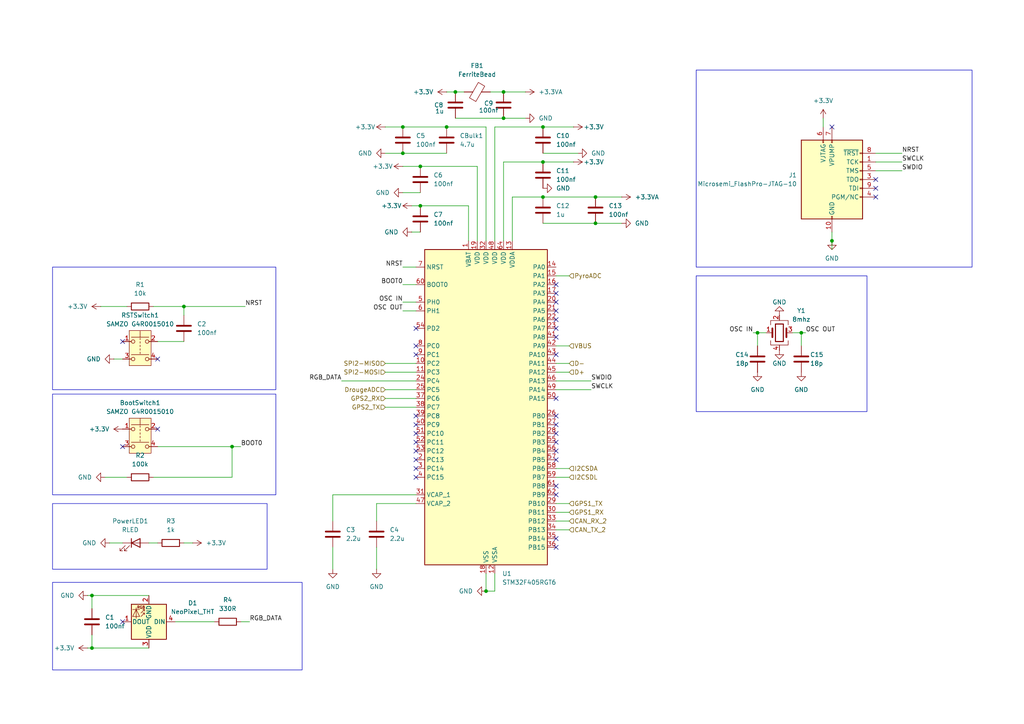
<source format=kicad_sch>
(kicad_sch (version 20250114) (generator "eeschema") (generator_version "9.0")
  (paper "A4")
  (lib_symbols
    (symbol "Connector:Microsemi_FlashPro-JTAG-10" (pin_names (offset 1.016))
      (property "Reference" "J" (at 4.445 12.7 0))
      (property "Value" "Microsemi_FlashPro-JTAG-10" (at 2.54 -12.7 0))
      (symbol "Microsemi_FlashPro-JTAG-10_0_1"
        (rectangle (start -2.667 11.43) (end -2.413 10.668))
        (rectangle (start -0.127 11.43) (end 0.127 10.668))
        (rectangle (start -0.127 -10.668) (end 0.127 -11.43))
        (rectangle (start 8.89 11.43) (end -8.89 -11.43) (stroke (width 0.254)) (fill (type background)))
        (rectangle (start 8.89 7.747) (end 8.128 7.493))
        (rectangle (start 8.89 5.207) (end 8.128 4.953))
        (rectangle (start 8.89 2.667) (end 8.128 2.413))
        (rectangle (start 8.89 0.127) (end 8.128 -0.127))
        (rectangle (start 8.89 -2.413) (end 8.128 -2.667))
        (rectangle (start 8.89 -4.953) (end 8.128 -5.207))
      )
      (symbol "Microsemi_FlashPro-JTAG-10_1_1"
        (pin power_in line (at -2.54 15.24 270) (length 3.81) (name "VJTAG") (number "6"))
        (pin power_out line (at 0 15.24 270) (length 3.81) (name "VPUMP") (number "7"))
        (pin power_in line (at 0 -15.24 90) (length 3.81) (name "GND") (number "10"))
        (pin passive line (at 0 -15.24 90) (length 3.81) (hide yes) (name "GND") (number "2"))
        (pin passive line (at 12.7 7.62 180) (length 3.81) (name "~{TRST}") (number "8"))
        (pin passive line (at 12.7 5.08 180) (length 3.81) (name "TCK") (number "1"))
        (pin passive line (at 12.7 2.54 180) (length 3.81) (name "TMS") (number "5"))
        (pin passive line (at 12.7 0 180) (length 3.81) (name "TDO") (number "3"))
        (pin passive line (at 12.7 -2.54 180) (length 3.81) (name "TDI") (number "9"))
        (pin passive line (at 12.7 -5.08 180) (length 3.81) (name "PGM/NC") (number "4"))
      )
    )
    (symbol "Device:C" (pin_numbers (hide yes)) (pin_names (offset 0.254))
      (property "Reference" "C" (at 0.635 2.54 0))
      (property "Value" "C" (at 0.635 -2.54 0))
      (symbol "C_0_1"
        (polyline (pts (xy -2.032 0.762) (xy 2.032 0.762)) (stroke (width 0.508)))
        (polyline (pts (xy -2.032 -0.762) (xy 2.032 -0.762)) (stroke (width 0.508)))
      )
      (symbol "C_1_1"
        (pin passive line (at 0 3.81 270) (length 2.794) (name "~") (number "1"))
        (pin passive line (at 0 -3.81 90) (length 2.794) (name "~") (number "2"))
      )
    )
    (symbol "Device:Crystal_GND24" (pin_names (offset 1.016) (hide yes))
      (property "Reference" "Y" (at 3.175 5.08 0))
      (property "Value" "Crystal_GND24" (at 3.175 3.175 0))
      (symbol "Crystal_GND24_0_1"
        (polyline (pts (xy -2.54 2.286) (xy -2.54 3.556) (xy 2.54 3.556) (xy 2.54 2.286)))
        (polyline (pts (xy -2.54 0) (xy -2.032 0)))
        (polyline (pts (xy -2.54 -2.286) (xy -2.54 -3.556) (xy 2.54 -3.556) (xy 2.54 -2.286)))
        (polyline (pts (xy -2.032 -1.27) (xy -2.032 1.27)) (stroke (width 0.508)))
        (rectangle (start -1.143 2.54) (end 1.143 -2.54) (stroke (width 0.3048)))
        (polyline (pts (xy 0 3.556) (xy 0 3.81)))
        (polyline (pts (xy 0 -3.81) (xy 0 -3.556)))
        (polyline (pts (xy 2.032 0) (xy 2.54 0)))
        (polyline (pts (xy 2.032 -1.27) (xy 2.032 1.27)) (stroke (width 0.508)))
      )
      (symbol "Crystal_GND24_1_1"
        (pin passive line (at -3.81 0 0) (length 1.27) (name "1") (number "1"))
        (pin passive line (at 0 5.08 270) (length 1.27) (name "2") (number "2"))
        (pin passive line (at 0 -5.08 90) (length 1.27) (name "4") (number "4"))
        (pin passive line (at 3.81 0 180) (length 1.27) (name "3") (number "3"))
      )
    )
    (symbol "Device:FerriteBead" (pin_numbers (hide yes)) (pin_names (offset 0))
      (property "Reference" "FB" (at -3.81 0.635 90))
      (property "Value" "FerriteBead" (at 3.81 0 90))
      (symbol "FerriteBead_0_1"
        (polyline (pts (xy -2.7686 0.4064) (xy -1.7018 2.2606) (xy 2.7686 -0.3048) (xy 1.6764 -2.159) (xy -2.7686 0.4064)))
        (polyline (pts (xy 0 1.27) (xy 0 1.2954)))
        (polyline (pts (xy 0 -1.27) (xy 0 -1.2192)))
      )
      (symbol "FerriteBead_1_1"
        (pin passive line (at 0 3.81 270) (length 2.54) (name "~") (number "1"))
        (pin passive line (at 0 -3.81 90) (length 2.54) (name "~") (number "2"))
      )
    )
    (symbol "Device:LED" (pin_numbers (hide yes)) (pin_names (offset 1.016) (hide yes))
      (property "Reference" "D" (at 0 2.54 0))
      (property "Value" "LED" (at 0 -2.54 0))
      (symbol "LED_0_1"
        (polyline (pts (xy -3.048 -0.762) (xy -4.572 -2.286) (xy -3.81 -2.286) (xy -4.572 -2.286) (xy -4.572 -1.524)))
        (polyline (pts (xy -1.778 -0.762) (xy -3.302 -2.286) (xy -2.54 -2.286) (xy -3.302 -2.286) (xy -3.302 -1.524)))
        (polyline (pts (xy -1.27 0) (xy 1.27 0)))
        (polyline (pts (xy -1.27 -1.27) (xy -1.27 1.27)) (stroke (width 0.254)))
        (polyline (pts (xy 1.27 -1.27) (xy 1.27 1.27) (xy -1.27 0) (xy 1.27 -1.27)) (stroke (width 0.254)))
      )
      (symbol "LED_1_1"
        (pin passive line (at -3.81 0 0) (length 2.54) (name "K") (number "1"))
        (pin passive line (at 3.81 0 180) (length 2.54) (name "A") (number "2"))
      )
    )
    (symbol "Device:R" (pin_numbers (hide yes)) (pin_names (offset 0))
      (property "Reference" "R" (at 2.032 0 90))
      (property "Value" "R" (at 0 0 90))
      (symbol "R_0_1"
        (rectangle (start -1.016 -2.54) (end 1.016 2.54) (stroke (width 0.254)))
      )
      (symbol "R_1_1"
        (pin passive line (at 0 3.81 270) (length 1.27) (name "~") (number "1"))
        (pin passive line (at 0 -3.81 90) (length 1.27) (name "~") (number "2"))
      )
    )
    (symbol "LED:NeoPixel_THT" (pin_names (offset 0.254))
      (property "Reference" "D" (at 5.08 5.715 0))
      (property "Value" "NeoPixel_THT" (at 1.27 -5.715 0))
      (symbol "NeoPixel_THT_0_0"
        (text "RGB" (at 2.286 -4.191 0) (effects (font (size 0.762 0.762))))
      )
      (symbol "NeoPixel_THT_0_1"
        (polyline (pts (xy 1.27 -2.54) (xy 1.778 -2.54)))
        (polyline (pts (xy 1.27 -3.556) (xy 1.778 -3.556)))
        (polyline (pts (xy 2.286 -1.524) (xy 1.27 -2.54) (xy 1.27 -2.032)))
        (polyline (pts (xy 2.286 -2.54) (xy 1.27 -3.556) (xy 1.27 -3.048)))
        (polyline (pts (xy 3.683 -1.016) (xy 3.683 -3.556) (xy 3.683 -4.064)))
        (polyline (pts (xy 4.699 -1.524) (xy 2.667 -1.524) (xy 3.683 -3.556) (xy 4.699 -1.524)))
        (polyline (pts (xy 4.699 -3.556) (xy 2.667 -3.556)))
        (rectangle (start 5.08 5.08) (end -5.08 -5.08) (stroke (width 0.254)) (fill (type background)))
      )
      (symbol "NeoPixel_THT_1_1"
        (pin input line (at -7.62 0 0) (length 2.54) (name "DIN") (number "4"))
        (pin power_in line (at 0 7.62 270) (length 2.54) (name "VDD") (number "3"))
        (pin power_in line (at 0 -7.62 90) (length 2.54) (name "GND") (number "2"))
        (pin output line (at 7.62 0 180) (length 2.54) (name "DOUT") (number "1"))
      )
    )
    (symbol "MCU_ST_STM32F4:STM32F405RGTx"
      (property "Reference" "U" (at -17.78 46.99 0))
      (property "Value" "STM32F405RGTx" (at 10.16 46.99 0))
      (symbol "STM32F405RGTx_0_1"
        (rectangle (start -17.78 -45.72) (end 17.78 45.72) (stroke (width 0.254)) (fill (type background)))
      )
      (symbol "STM32F405RGTx_1_1"
        (pin input line (at -20.32 40.64 0) (length 2.54) (name "NRST") (number "7"))
        (pin input line (at -20.32 35.56 0) (length 2.54) (name "BOOT0") (number "60"))
        (pin bidirectional line (at -20.32 30.48 0) (length 2.54) (name "PH0") (number "5"))
        (pin bidirectional line (at -20.32 27.94 0) (length 2.54) (name "PH1") (number "6"))
        (pin bidirectional line (at -20.32 22.86 0) (length 2.54) (name "PD2") (number "54"))
        (pin bidirectional line (at -20.32 17.78 0) (length 2.54) (name "PC0") (number "8"))
        (pin bidirectional line (at -20.32 15.24 0) (length 2.54) (name "PC1") (number "9"))
        (pin bidirectional line (at -20.32 12.7 0) (length 2.54) (name "PC2") (number "10"))
        (pin bidirectional line (at -20.32 10.16 0) (length 2.54) (name "PC3") (number "11"))
        (pin bidirectional line (at -20.32 7.62 0) (length 2.54) (name "PC4") (number "24"))
        (pin bidirectional line (at -20.32 5.08 0) (length 2.54) (name "PC5") (number "25"))
        (pin bidirectional line (at -20.32 2.54 0) (length 2.54) (name "PC6") (number "37"))
        (pin bidirectional line (at -20.32 0 0) (length 2.54) (name "PC7") (number "38"))
        (pin bidirectional line (at -20.32 -2.54 0) (length 2.54) (name "PC8") (number "39"))
        (pin bidirectional line (at -20.32 -5.08 0) (length 2.54) (name "PC9") (number "40"))
        (pin bidirectional line (at -20.32 -7.62 0) (length 2.54) (name "PC10") (number "51"))
        (pin bidirectional line (at -20.32 -10.16 0) (length 2.54) (name "PC11") (number "52"))
        (pin bidirectional line (at -20.32 -12.7 0) (length 2.54) (name "PC12") (number "53"))
        (pin bidirectional line (at -20.32 -15.24 0) (length 2.54) (name "PC13") (number "2"))
        (pin bidirectional line (at -20.32 -17.78 0) (length 2.54) (name "PC14") (number "3"))
        (pin bidirectional line (at -20.32 -20.32 0) (length 2.54) (name "PC15") (number "4"))
        (pin power_out line (at -20.32 -25.4 0) (length 2.54) (name "VCAP_1") (number "31"))
        (pin power_out line (at -20.32 -27.94 0) (length 2.54) (name "VCAP_2") (number "47"))
        (pin power_in line (at -5.08 48.26 270) (length 2.54) (name "VBAT") (number "1"))
        (pin power_in line (at -2.54 48.26 270) (length 2.54) (name "VDD") (number "19"))
        (pin power_in line (at 0 48.26 270) (length 2.54) (name "VDD") (number "32"))
        (pin power_in line (at 0 -48.26 90) (length 2.54) (name "VSS") (number "18"))
        (pin passive line (at 0 -48.26 90) (length 2.54) (hide yes) (name "VSS") (number "63"))
        (pin power_in line (at 2.54 48.26 270) (length 2.54) (name "VDD") (number "48"))
        (pin power_in line (at 2.54 -48.26 90) (length 2.54) (name "VSSA") (number "12"))
        (pin power_in line (at 5.08 48.26 270) (length 2.54) (name "VDD") (number "64"))
        (pin power_in line (at 7.62 48.26 270) (length 2.54) (name "VDDA") (number "13"))
        (pin bidirectional line (at 20.32 40.64 180) (length 2.54) (name "PA0") (number "14"))
        (pin bidirectional line (at 20.32 38.1 180) (length 2.54) (name "PA1") (number "15"))
        (pin bidirectional line (at 20.32 35.56 180) (length 2.54) (name "PA2") (number "16"))
        (pin bidirectional line (at 20.32 33.02 180) (length 2.54) (name "PA3") (number "17"))
        (pin bidirectional line (at 20.32 30.48 180) (length 2.54) (name "PA4") (number "20"))
        (pin bidirectional line (at 20.32 27.94 180) (length 2.54) (name "PA5") (number "21"))
        (pin bidirectional line (at 20.32 25.4 180) (length 2.54) (name "PA6") (number "22"))
        (pin bidirectional line (at 20.32 22.86 180) (length 2.54) (name "PA7") (number "23"))
        (pin bidirectional line (at 20.32 20.32 180) (length 2.54) (name "PA8") (number "41"))
        (pin bidirectional line (at 20.32 17.78 180) (length 2.54) (name "PA9") (number "42"))
        (pin bidirectional line (at 20.32 15.24 180) (length 2.54) (name "PA10") (number "43"))
        (pin bidirectional line (at 20.32 12.7 180) (length 2.54) (name "PA11") (number "44"))
        (pin bidirectional line (at 20.32 10.16 180) (length 2.54) (name "PA12") (number "45"))
        (pin bidirectional line (at 20.32 7.62 180) (length 2.54) (name "PA13") (number "46"))
        (pin bidirectional line (at 20.32 5.08 180) (length 2.54) (name "PA14") (number "49"))
        (pin bidirectional line (at 20.32 2.54 180) (length 2.54) (name "PA15") (number "50"))
        (pin bidirectional line (at 20.32 -2.54 180) (length 2.54) (name "PB0") (number "26"))
        (pin bidirectional line (at 20.32 -5.08 180) (length 2.54) (name "PB1") (number "27"))
        (pin bidirectional line (at 20.32 -7.62 180) (length 2.54) (name "PB2") (number "28"))
        (pin bidirectional line (at 20.32 -10.16 180) (length 2.54) (name "PB3") (number "55"))
        (pin bidirectional line (at 20.32 -12.7 180) (length 2.54) (name "PB4") (number "56"))
        (pin bidirectional line (at 20.32 -15.24 180) (length 2.54) (name "PB5") (number "57"))
        (pin bidirectional line (at 20.32 -17.78 180) (length 2.54) (name "PB6") (number "58"))
        (pin bidirectional line (at 20.32 -20.32 180) (length 2.54) (name "PB7") (number "59"))
        (pin bidirectional line (at 20.32 -22.86 180) (length 2.54) (name "PB8") (number "61"))
        (pin bidirectional line (at 20.32 -25.4 180) (length 2.54) (name "PB9") (number "62"))
        (pin bidirectional line (at 20.32 -27.94 180) (length 2.54) (name "PB10") (number "29"))
        (pin bidirectional line (at 20.32 -30.48 180) (length 2.54) (name "PB11") (number "30"))
        (pin bidirectional line (at 20.32 -33.02 180) (length 2.54) (name "PB12") (number "33"))
        (pin bidirectional line (at 20.32 -35.56 180) (length 2.54) (name "PB13") (number "34"))
        (pin bidirectional line (at 20.32 -38.1 180) (length 2.54) (name "PB14") (number "35"))
        (pin bidirectional line (at 20.32 -40.64 180) (length 2.54) (name "PB15") (number "36"))
      )
    )
    (symbol "Switch:SW_Push_Dual" (pin_names (offset 1.016) (hide yes))
      (property "Reference" "SW" (at 0 7.62 0))
      (property "Value" "SW_Push_Dual" (at 0 -6.35 0))
      (symbol "SW_Push_Dual_0_1"
        (circle (center -2.032 2.54) (radius 0.508))
        (circle (center -2.032 -2.54) (radius 0.508))
        (polyline (pts (xy 0 3.81) (xy 0 5.588)))
        (polyline (pts (xy 0 3.048) (xy 0 3.556)))
        (polyline (pts (xy 0 2.032) (xy 0 2.54)))
        (polyline (pts (xy 0 1.016) (xy 0 1.524)))
        (polyline (pts (xy 0 0.508) (xy 0 0)))
        (polyline (pts (xy 0 -0.508) (xy 0 -1.016)))
        (circle (center 2.032 2.54) (radius 0.508))
        (circle (center 2.032 -2.54) (radius 0.508))
        (polyline (pts (xy 2.54 3.81) (xy -2.54 3.81)))
        (polyline (pts (xy 2.54 -1.27) (xy -2.54 -1.27)))
        (pin passive line (at -5.08 2.54 0) (length 2.54) (name "1") (number "1"))
        (pin passive line (at -5.08 -2.54 0) (length 2.54) (name "3") (number "3"))
        (pin passive line (at 5.08 2.54 180) (length 2.54) (name "2") (number "2"))
        (pin passive line (at 5.08 -2.54 180) (length 2.54) (name "4") (number "4"))
      )
      (symbol "SW_Push_Dual_1_1"
        (rectangle (start -3.175 5.715) (end 3.175 -4.445) (fill (type background)))
      )
    )
    (symbol "power:+3.3V" (power) (pin_numbers (hide yes)) (pin_names (offset 0) (hide yes))
      (property "Value" "+3.3V" (at 0 3.556 0))
      (symbol "+3.3V_0_1"
        (polyline (pts (xy -0.762 1.27) (xy 0 2.54)))
        (polyline (pts (xy 0 2.54) (xy 0.762 1.27)))
        (polyline (pts (xy 0 0) (xy 0 2.54)))
      )
      (symbol "+3.3V_1_1"
        (pin power_in line (at 0 0 90) (length 0) (name "~") (number "1"))
      )
    )
    (symbol "power:+3.3VA" (power) (pin_numbers (hide yes)) (pin_names (offset 0) (hide yes))
      (property "Value" "+3.3VA" (at 0 3.556 0))
      (symbol "+3.3VA_0_1"
        (polyline (pts (xy -0.762 1.27) (xy 0 2.54)))
        (polyline (pts (xy 0 2.54) (xy 0.762 1.27)))
        (polyline (pts (xy 0 0) (xy 0 2.54)))
      )
      (symbol "+3.3VA_1_1"
        (pin power_in line (at 0 0 90) (length 0) (name "~") (number "1"))
      )
    )
    (symbol "power:GND" (power) (pin_numbers (hide yes)) (pin_names (offset 0) (hide yes))
      (property "Value" "GND" (at 0 -3.81 0))
      (symbol "GND_0_1"
        (polyline (pts (xy 0 0) (xy 0 -1.27) (xy 1.27 -1.27) (xy 0 -2.54) (xy -1.27 -1.27) (xy 0 -1.27)))
      )
      (symbol "GND_1_1"
        (pin power_in line (at 0 0 270) (length 0) (name "~") (number "1"))
      )
    )
  )
  (rectangle (start 15.24 168.91) (end 87.63 194.31))
  (rectangle (start 201.93 80.01) (end 251.46 119.38))
  (rectangle (start 15.24 77.47) (end 80.01 113.03))
  (rectangle (start 15.24 146.05) (end 77.47 165.1))
  (rectangle (start 15.24 114.3) (end 80.01 143.51))
  (rectangle (start 201.93 20.32) (end 281.94 77.47))
  (junction (at 121.92 48.26))
  (junction (at 67.31 129.54))
  (junction (at 132.08 26.67))
  (junction (at 219.71 96.52))
  (junction (at 140.97 171.45))
  (junction (at 146.05 34.29))
  (junction (at 157.48 46.99))
  (junction (at 232.41 96.52))
  (junction (at 146.05 26.67))
  (junction (at 26.67 187.96))
  (junction (at 172.72 57.15))
  (junction (at 241.3 69.85))
  (junction (at 157.48 36.83))
  (junction (at 129.54 36.83))
  (junction (at 116.84 44.45))
  (junction (at 121.92 59.69))
  (junction (at 116.84 36.83))
  (junction (at 172.72 64.77))
  (junction (at 157.48 57.15))
  (junction (at 53.34 88.9))
  (junction (at 26.67 172.72))
  (no_connect (at 161.29 140.97))
  (no_connect (at 120.65 120.65))
  (no_connect (at 161.29 133.35))
  (no_connect (at 35.56 129.54))
  (no_connect (at 45.72 104.14))
  (no_connect (at 45.72 124.46))
  (no_connect (at 161.29 125.73))
  (no_connect (at 35.56 180.34))
  (no_connect (at 161.29 143.51))
  (no_connect (at 241.3 36.83))
  (no_connect (at 161.29 95.25))
  (no_connect (at 120.65 133.35))
  (no_connect (at 120.65 95.25))
  (no_connect (at 161.29 85.09))
  (no_connect (at 161.29 90.17))
  (no_connect (at 161.29 82.55))
  (no_connect (at 120.65 135.89))
  (no_connect (at 35.56 99.06))
  (no_connect (at 254 54.61))
  (no_connect (at 161.29 102.87))
  (no_connect (at 161.29 120.65))
  (no_connect (at 161.29 128.27))
  (no_connect (at 254 52.07))
  (no_connect (at 120.65 128.27))
  (no_connect (at 161.29 130.81))
  (no_connect (at 120.65 100.33))
  (no_connect (at 161.29 97.79))
  (no_connect (at 254 57.15))
  (no_connect (at 161.29 115.57))
  (no_connect (at 161.29 156.21))
  (no_connect (at 120.65 130.81))
  (no_connect (at 161.29 158.75))
  (no_connect (at 120.65 102.87))
  (no_connect (at 161.29 92.71))
  (no_connect (at 120.65 125.73))
  (no_connect (at 120.65 123.19))
  (no_connect (at 120.65 138.43))
  (no_connect (at 161.29 123.19))
  (no_connect (at 161.29 87.63))
  (wire (pts (xy 135.89 59.69) (xy 135.89 69.85)))
  (wire (pts (xy 116.84 48.26) (xy 121.92 48.26)))
  (wire (pts (xy 148.59 57.15) (xy 157.48 57.15)))
  (wire (pts (xy 165.1 135.89) (xy 161.29 135.89)))
  (wire (pts (xy 219.71 96.52) (xy 222.25 96.52)))
  (wire (pts (xy 157.48 57.15) (xy 172.72 57.15)))
  (wire (pts (xy 132.08 26.67) (xy 134.62 26.67)))
  (wire (pts (xy 99.06 110.49) (xy 120.65 110.49)))
  (wire (pts (xy 26.67 184.15) (xy 26.67 187.96)))
  (wire (pts (xy 111.76 105.41) (xy 120.65 105.41)))
  (wire (pts (xy 121.92 48.26) (xy 138.43 48.26)))
  (wire (pts (xy 161.29 153.67) (xy 165.1 153.67)))
  (wire (pts (xy 67.31 138.43) (xy 44.45 138.43)))
  (wire (pts (xy 111.76 113.03) (xy 120.65 113.03)))
  (wire (pts (xy 129.54 26.67) (xy 132.08 26.67)))
  (wire (pts (xy 261.62 49.53) (xy 254 49.53)))
  (wire (pts (xy 44.45 88.9) (xy 53.34 88.9)))
  (wire (pts (xy 53.34 88.9) (xy 71.12 88.9)))
  (wire (pts (xy 129.54 36.83) (xy 140.97 36.83)))
  (wire (pts (xy 25.4 172.72) (xy 26.67 172.72)))
  (wire (pts (xy 261.62 46.99) (xy 254 46.99)))
  (wire (pts (xy 143.51 36.83) (xy 143.51 69.85)))
  (wire (pts (xy 111.76 118.11) (xy 120.65 118.11)))
  (wire (pts (xy 143.51 171.45) (xy 143.51 166.37)))
  (wire (pts (xy 180.34 57.15) (xy 172.72 57.15)))
  (wire (pts (xy 218.44 96.52) (xy 219.71 96.52)))
  (wire (pts (xy 26.67 172.72) (xy 43.18 172.72)))
  (wire (pts (xy 132.08 34.29) (xy 146.05 34.29)))
  (wire (pts (xy 219.71 96.52) (xy 219.71 100.33)))
  (wire (pts (xy 121.92 59.69) (xy 135.89 59.69)))
  (wire (pts (xy 232.41 96.52) (xy 233.68 96.52)))
  (wire (pts (xy 31.75 157.48) (xy 35.56 157.48)))
  (wire (pts (xy 146.05 46.99) (xy 157.48 46.99)))
  (wire (pts (xy 232.41 96.52) (xy 232.41 100.33)))
  (wire (pts (xy 146.05 26.67) (xy 152.4 26.67)))
  (wire (pts (xy 229.87 96.52) (xy 232.41 96.52)))
  (wire (pts (xy 119.38 67.31) (xy 121.92 67.31)))
  (wire (pts (xy 140.97 171.45) (xy 143.51 171.45)))
  (wire (pts (xy 25.4 187.96) (xy 26.67 187.96)))
  (wire (pts (xy 96.52 143.51) (xy 96.52 151.13)))
  (wire (pts (xy 161.29 151.13) (xy 165.1 151.13)))
  (wire (pts (xy 116.84 77.47) (xy 120.65 77.47)))
  (wire (pts (xy 53.34 88.9) (xy 53.34 91.44)))
  (wire (pts (xy 261.62 44.45) (xy 254 44.45)))
  (wire (pts (xy 157.48 64.77) (xy 172.72 64.77)))
  (wire (pts (xy 171.45 113.03) (xy 161.29 113.03)))
  (wire (pts (xy 111.76 36.83) (xy 116.84 36.83)))
  (wire (pts (xy 180.34 64.77) (xy 172.72 64.77)))
  (wire (pts (xy 241.3 67.31) (xy 241.3 69.85)))
  (wire (pts (xy 165.1 80.01) (xy 161.29 80.01)))
  (wire (pts (xy 109.22 151.13) (xy 109.22 146.05)))
  (wire (pts (xy 116.84 82.55) (xy 120.65 82.55)))
  (wire (pts (xy 67.31 129.54) (xy 67.31 138.43)))
  (wire (pts (xy 55.88 157.48) (xy 53.34 157.48)))
  (wire (pts (xy 116.84 87.63) (xy 120.65 87.63)))
  (wire (pts (xy 116.84 36.83) (xy 129.54 36.83)))
  (wire (pts (xy 167.64 44.45) (xy 157.48 44.45)))
  (wire (pts (xy 26.67 172.72) (xy 26.67 176.53)))
  (wire (pts (xy 72.39 180.34) (xy 69.85 180.34)))
  (wire (pts (xy 238.76 34.29) (xy 238.76 36.83)))
  (wire (pts (xy 119.38 59.69) (xy 121.92 59.69)))
  (wire (pts (xy 241.3 72.39) (xy 241.3 69.85)))
  (wire (pts (xy 148.59 57.15) (xy 148.59 69.85)))
  (wire (pts (xy 143.51 36.83) (xy 157.48 36.83)))
  (wire (pts (xy 165.1 100.33) (xy 161.29 100.33)))
  (wire (pts (xy 165.1 148.59) (xy 161.29 148.59)))
  (wire (pts (xy 120.65 143.51) (xy 96.52 143.51)))
  (wire (pts (xy 109.22 146.05) (xy 120.65 146.05)))
  (wire (pts (xy 161.29 105.41) (xy 165.1 105.41)))
  (wire (pts (xy 116.84 90.17) (xy 120.65 90.17)))
  (wire (pts (xy 146.05 34.29) (xy 152.4 34.29)))
  (wire (pts (xy 111.76 115.57) (xy 120.65 115.57)))
  (wire (pts (xy 111.76 107.95) (xy 120.65 107.95)))
  (wire (pts (xy 43.18 157.48) (xy 45.72 157.48)))
  (wire (pts (xy 142.24 26.67) (xy 146.05 26.67)))
  (wire (pts (xy 166.37 46.99) (xy 157.48 46.99)))
  (wire (pts (xy 116.84 55.88) (xy 121.92 55.88)))
  (wire (pts (xy 140.97 36.83) (xy 140.97 69.85)))
  (wire (pts (xy 161.29 110.49) (xy 171.45 110.49)))
  (wire (pts (xy 50.8 180.34) (xy 62.23 180.34)))
  (wire (pts (xy 45.72 129.54) (xy 67.31 129.54)))
  (wire (pts (xy 26.67 187.96) (xy 43.18 187.96)))
  (wire (pts (xy 161.29 107.95) (xy 165.1 107.95)))
  (wire (pts (xy 30.48 138.43) (xy 36.83 138.43)))
  (wire (pts (xy 146.05 46.99) (xy 146.05 69.85)))
  (wire (pts (xy 29.21 88.9) (xy 36.83 88.9)))
  (wire (pts (xy 111.76 44.45) (xy 116.84 44.45)))
  (wire (pts (xy 67.31 129.54) (xy 69.85 129.54)))
  (wire (pts (xy 116.84 44.45) (xy 129.54 44.45)))
  (wire (pts (xy 45.72 99.06) (xy 53.34 99.06)))
  (wire (pts (xy 165.1 138.43) (xy 161.29 138.43)))
  (wire (pts (xy 33.02 104.14) (xy 35.56 104.14)))
  (wire (pts (xy 96.52 158.75) (xy 96.52 165.1)))
  (wire (pts (xy 109.22 158.75) (xy 109.22 165.1)))
  (wire (pts (xy 140.97 166.37) (xy 140.97 171.45)))
  (wire (pts (xy 138.43 48.26) (xy 138.43 69.85)))
  (wire (pts (xy 166.37 36.83) (xy 157.48 36.83)))
  (wire (pts (xy 165.1 146.05) (xy 161.29 146.05)))
  (label "BOOT0" (at 116.84 82.55 180))
  (label "SWDIO" (at 171.45 110.49 0))
  (label "OSC IN" (at 116.84 87.63 180))
  (label "SWCLK" (at 261.62 46.99 0))
  (label "RGB_DATA" (at 99.06 110.49 180))
  (label "SWDIO" (at 261.62 49.53 0))
  (label "OSC OUT" (at 116.84 90.17 180))
  (label "OSC IN" (at 218.44 96.52 180))
  (label "NRST" (at 71.12 88.9 0))
  (label "RGB_DATA" (at 72.39 180.34 0))
  (label "BOOT0" (at 69.85 129.54 0))
  (label "NRST" (at 116.84 77.47 180))
  (label "OSC OUT" (at 233.68 96.52 0))
  (label "NRST" (at 261.62 44.45 0))
  (label "SWCLK" (at 171.45 113.03 0))
  (hierarchical_label "GPS2_TX" (shape input) (at 111.76 118.11 180))
  (hierarchical_label "GPS1_RX" (shape input) (at 165.1 148.59 0))
  (hierarchical_label "D+" (shape input) (at 165.1 107.95 0))
  (hierarchical_label "SPI2-MOSI" (shape input) (at 111.76 107.95 180))
  (hierarchical_label "CAN_RX_2" (shape input) (at 165.1 151.13 0))
  (hierarchical_label "GPS1_TX" (shape input) (at 165.1 146.05 0))
  (hierarchical_label "VBUS" (shape input) (at 165.1 100.33 0))
  (hierarchical_label "PyroADC" (shape input) (at 165.1 80.01 0))
  (hierarchical_label "D-" (shape input) (at 165.1 105.41 0))
  (hierarchical_label "GPS2_RX" (shape input) (at 111.76 115.57 180))
  (hierarchical_label "I2CSDA" (shape input) (at 165.1 135.89 0))
  (hierarchical_label "I2CSDL" (shape input) (at 165.1 138.43 0))
  (hierarchical_label "DrougeADC" (shape input) (at 111.76 113.03 180))
  (hierarchical_label "CAN_TX_2" (shape input) (at 165.1 153.67 0))
  (hierarchical_label "SPI2-MISO" (shape input) (at 111.76 105.41 180))
  (symbol (lib_id "power:+3.3V") (at 25.4 187.96 90) (unit 1)
    (property "Reference" "#PWR02" (effects (hide yes)))
    (property "Value" "+3.3V" (at 21.59 187.9599 90) (effects (justify left)))
    (property "Description" "Power symbol creates a global label with name \"+3.3V\"" (effects (hide yes)))
  )
  (symbol (lib_id "Device:C") (at 157.48 60.96 0) (unit 1)
    (property "Reference" "C12" (at 161.29 59.6899 0) (effects (justify left)))
    (property "Value" "1u" (at 161.29 62.2299 0) (effects (justify left)))
    (property "Footprint" "Capacitor_SMD:C_0805_2012Metric_Pad1.18x1.45mm_HandSolder" (effects (hide yes)))
    (property "Description" "Unpolarized capacitor" (effects (hide yes)))
    (property "LCSC Part" "C28323" (effects (hide yes)))
  )
  (symbol (lib_id "power:GND") (at 31.75 157.48 270) (unit 1)
    (property "Reference" "#PWR05" (effects (hide yes)))
    (property "Value" "GND" (at 27.94 157.4799 90) (effects (justify right)))
    (property "Description" "Power symbol creates a global label with name \"GND\" , ground" (effects (hide yes)))
  )
  (symbol (lib_id "power:+3.3V") (at 119.38 59.69 90) (unit 1)
    (property "Reference" "#PWR015" (effects (hide yes)))
    (property "Value" "+3.3V" (at 113.538 59.69 90))
    (property "Description" "Power symbol creates a global label with name \"+3.3V\"" (effects (hide yes)))
  )
  (symbol (lib_id "power:+3.3V") (at 166.37 46.99 270) (unit 1)
    (property "Reference" "#PWR023" (effects (hide yes)))
    (property "Value" "+3.3V" (at 172.212 46.99 90))
    (property "Description" "Power symbol creates a global label with name \"+3.3V\"" (effects (hide yes)))
  )
  (symbol (lib_id "power:GND") (at 116.84 55.88 270) (unit 1)
    (property "Reference" "#PWR014" (effects (hide yes)))
    (property "Value" "GND" (at 113.03 55.8799 90) (effects (justify right)))
    (property "Description" "Power symbol creates a global label with name \"GND\" , ground" (effects (hide yes)))
  )
  (symbol (lib_id "Device:R") (at 40.64 138.43 90) (unit 1)
    (property "Reference" "R2" (at 40.64 132.08 90))
    (property "Value" "100k" (at 40.64 134.62 90))
    (property "Footprint" "Resistor_SMD:R_0805_2012Metric_Pad1.20x1.40mm_HandSolder" (effects (hide yes)))
    (property "Description" "Resistor" (effects (hide yes)))
    (property "LCSC Part" "C96346" (effects (hide yes)))
  )
  (symbol (lib_id "Switch:SW_Push_Dual") (at 40.64 101.6 0) (unit 1)
    (property "Reference" "RSTSwitch1" (at 40.64 91.44 0))
    (property "Value" "SAMZO G4R0015010" (at 40.64 93.98 0))
    (property "Footprint" "myFootprints:SAMZO G4R0015010" (effects (hide yes)))
    (property "Description" "Push button switch, generic, symbol, four pins" (effects (hide yes)))
    (property "LCSC Part" "C49393646" (effects (hide yes)))
  )
  (symbol (lib_id "power:+3.3V") (at 129.54 26.67 90) (unit 1)
    (property "Reference" "#PWR017" (effects (hide yes)))
    (property "Value" "+3.3V" (at 125.73 26.6699 90) (effects (justify left)))
    (property "Description" "Power symbol creates a global label with name \"+3.3V\"" (effects (hide yes)))
  )
  (symbol (lib_id "power:GND") (at 232.41 107.95 0) (mirror y) (unit 1)
    (property "Reference" "#PWR030" (effects (hide yes)))
    (property "Value" "GND" (at 232.41 113.03 0))
    (property "Description" "Power symbol creates a global label with name \"GND\" , ground" (effects (hide yes)))
  )
  (symbol (lib_id "Switch:SW_Push_Dual") (at 40.64 127 0) (unit 1)
    (property "Reference" "BootSwitch1" (at 40.64 116.84 0))
    (property "Value" "SAMZO G4R0015010" (at 40.64 119.38 0))
    (property "Footprint" "myFootprints:SAMZO G4R0015010" (effects (hide yes)))
    (property "Description" "Push button switch, generic, symbol, four pins" (effects (hide yes)))
    (property "LCSC Part" "C49393646" (effects (hide yes)))
  )
  (symbol (lib_id "power:+3.3V") (at 29.21 88.9 90) (unit 1)
    (property "Reference" "#PWR03" (effects (hide yes)))
    (property "Value" "+3.3V" (at 25.4 88.8999 90) (effects (justify left)))
    (property "Description" "Power symbol creates a global label with name \"+3.3V\"" (effects (hide yes)))
  )
  (symbol (lib_id "Device:C") (at 116.84 40.64 0) (unit 1)
    (property "Reference" "C5" (at 120.65 39.3699 0) (effects (justify left)))
    (property "Value" "100nf" (at 120.65 41.9099 0) (effects (justify left)))
    (property "Footprint" "Capacitor_SMD:C_0805_2012Metric_Pad1.18x1.45mm_HandSolder" (effects (hide yes)))
    (property "Description" "Unpolarized capacitor" (effects (hide yes)))
    (property "LCSC Part" "C49678" (effects (hide yes)))
  )
  (symbol (lib_id "power:+3.3VA") (at 180.34 57.15 270) (unit 1)
    (property "Reference" "#PWR025" (effects (hide yes)))
    (property "Value" "+3.3VA" (at 184.15 57.1499 90) (effects (justify left)))
    (property "Description" "Power symbol creates a global label with name \"+3.3VA\"" (effects (hide yes)))
  )
  (symbol (lib_id "Connector:Microsemi_FlashPro-JTAG-10") (at 241.3 52.07 0) (unit 1)
    (property "Reference" "J1" (at 231.14 50.7999 0) (effects (justify right)))
    (property "Value" "Microsemi_FlashPro-JTAG-10" (at 231.14 53.3399 0) (effects (justify right)))
    (property "Footprint" "myFootprints:CONN_7024610XX_MOL" (effects (hide yes)))
    (property "Datasheet" "https://www.microsemi.com/document-portal/doc_view/129973-lpf-ac386-an" (effects (hide yes)))
    (property "Description" "ACTEL FLASH PRO 3/4, JTAG, IDC10 Pinheader Connector" (effects (hide yes)))
    (property "LCSC Part" "C585350" (effects (hide yes)))
  )
  (symbol (lib_id "Device:R") (at 49.53 157.48 90) (unit 1)
    (property "Reference" "R3" (at 49.53 151.13 90))
    (property "Value" "1k" (at 49.53 153.67 90))
    (property "Footprint" "Resistor_SMD:R_0805_2012Metric_Pad1.20x1.40mm_HandSolder" (effects (hide yes)))
    (property "Description" "Resistor" (effects (hide yes)))
    (property "LCSC Part" "C95781" (effects (hide yes)))
  )
  (symbol (lib_id "Device:LED") (at 39.37 157.48 0) (unit 1)
    (property "Reference" "PowerLED1" (at 37.7825 151.13 0))
    (property "Value" "RLED" (at 37.7825 153.67 0))
    (property "Footprint" "LED_SMD:LED_0603_1608Metric_Pad1.05x0.95mm_HandSolder" (effects (hide yes)))
    (property "Description" "Light emitting diode" (effects (hide yes)))
    (property "LCSC Part" "C965799" (effects (hide yes)))
  )
  (symbol (lib_id "Device:R") (at 66.04 180.34 90) (unit 1)
    (property "Reference" "R4" (at 66.04 173.99 90))
    (property "Value" "330R" (at 66.04 176.53 90))
    (property "Footprint" "Resistor_SMD:R_0805_2012Metric_Pad1.20x1.40mm_HandSolder" (effects (hide yes)))
    (property "Description" "Resistor" (effects (hide yes)))
    (property "LCSC Part" "C17630" (effects (hide yes)))
  )
  (symbol (lib_id "Device:Crystal_GND24") (at 226.06 96.52 0) (unit 1)
    (property "Reference" "Y1" (at 232.41 90.0998 0))
    (property "Value" "8mhz" (at 232.41 92.6398 0))
    (property "Footprint" "Crystal:Crystal_SMD_3225-4Pin_3.2x2.5mm_HandSoldering" (effects (hide yes)))
    (property "Description" "Four pin crystal, GND on pins 2 and 4" (effects (hide yes)))
    (property "LCSC Part" "C19723344" (effects (hide yes)))
  )
  (symbol (lib_id "power:GND") (at 219.71 107.95 0) (mirror y) (unit 1)
    (property "Reference" "#PWR027" (effects (hide yes)))
    (property "Value" "GND" (at 219.71 113.03 0))
    (property "Description" "Power symbol creates a global label with name \"GND\" , ground" (effects (hide yes)))
  )
  (symbol (lib_id "Device:C") (at 157.48 50.8 0) (unit 1)
    (property "Reference" "C11" (at 161.29 49.5299 0) (effects (justify left)))
    (property "Value" "100nf" (at 161.29 52.0699 0) (effects (justify left)))
    (property "Footprint" "Capacitor_SMD:C_0805_2012Metric_Pad1.18x1.45mm_HandSolder" (effects (hide yes)))
    (property "Description" "Unpolarized capacitor" (effects (hide yes)))
    (property "LCSC Part" "C49678" (effects (hide yes)))
  )
  (symbol (lib_id "power:GND") (at 157.48 54.61 90) (unit 1)
    (property "Reference" "#PWR021" (effects (hide yes)))
    (property "Value" "GND" (at 161.29 54.6099 90) (effects (justify right)))
    (property "Description" "Power symbol creates a global label with name \"GND\" , ground" (effects (hide yes)))
  )
  (symbol (lib_id "power:+3.3V") (at 116.84 48.26 90) (unit 1)
    (property "Reference" "#PWR013" (effects (hide yes)))
    (property "Value" "+3.3V" (at 110.998 48.26 90))
    (property "Description" "Power symbol creates a global label with name \"+3.3V\"" (effects (hide yes)))
  )
  (symbol (lib_id "power:+3.3V") (at 111.76 36.83 90) (unit 1)
    (property "Reference" "#PWR011" (effects (hide yes)))
    (property "Value" "+3.3V" (at 105.918 36.83 90))
    (property "Description" "Power symbol creates a global label with name \"+3.3V\"" (effects (hide yes)))
  )
  (symbol (lib_id "power:GND") (at 152.4 34.29 90) (unit 1)
    (property "Reference" "#PWR020" (effects (hide yes)))
    (property "Value" "GND" (at 156.21 34.2899 90) (effects (justify right)))
    (property "Description" "Power symbol creates a global label with name \"GND\" , ground" (effects (hide yes)))
  )
  (symbol (lib_id "LED:NeoPixel_THT") (at 43.18 180.34 180) (unit 1)
    (property "Reference" "D1" (at 55.88 174.8946 0))
    (property "Value" "NeoPixel_THT" (at 55.88 177.4346 0))
    (property "Footprint" "LED_SMD:LED_Kingbright_AAA3528ESGCT" (effects (hide yes)))
    (property "Datasheet" "https://www.adafruit.com/product/1938" (effects (hide yes)))
    (property "Description" "RGB LED with integrated controller, 5mm/8mm LED package" (effects (hide yes)))
    (property "LCSC Part" "C2827321" (effects (hide yes)))
  )
  (symbol (lib_id "Device:C") (at 129.54 40.64 0) (unit 1)
    (property "Reference" "CBulk1" (at 133.35 39.3699 0) (effects (justify left)))
    (property "Value" "4.7u" (at 133.35 41.9099 0) (effects (justify left)))
    (property "Footprint" "Capacitor_SMD:C_0805_2012Metric_Pad1.18x1.45mm_HandSolder" (effects (hide yes)))
    (property "Description" "Unpolarized capacitor" (effects (hide yes)))
    (property "LCSC Part" "C98192" (effects (hide yes)))
  )
  (symbol (lib_id "power:+3.3V") (at 166.37 36.83 270) (unit 1)
    (property "Reference" "#PWR022" (effects (hide yes)))
    (property "Value" "+3.3V" (at 172.212 36.83 90))
    (property "Description" "Power symbol creates a global label with name \"+3.3V\"" (effects (hide yes)))
  )
  (symbol (lib_id "power:GND") (at 111.76 44.45 270) (unit 1)
    (property "Reference" "#PWR012" (effects (hide yes)))
    (property "Value" "GND" (at 107.95 44.4499 90) (effects (justify right)))
    (property "Description" "Power symbol creates a global label with name \"GND\" , ground" (effects (hide yes)))
  )
  (symbol (lib_id "power:GND") (at 119.38 67.31 270) (unit 1)
    (property "Reference" "#PWR016" (effects (hide yes)))
    (property "Value" "GND" (at 115.57 67.3099 90) (effects (justify right)))
    (property "Description" "Power symbol creates a global label with name \"GND\" , ground" (effects (hide yes)))
  )
  (symbol (lib_id "power:GND") (at 33.02 104.14 270) (unit 1)
    (property "Reference" "#PWR06" (effects (hide yes)))
    (property "Value" "GND" (at 29.21 104.1399 90) (effects (justify right)))
    (property "Description" "Power symbol creates a global label with name \"GND\" , ground" (effects (hide yes)))
  )
  (symbol (lib_id "power:+3.3V") (at 55.88 157.48 270) (unit 1)
    (property "Reference" "#PWR08" (effects (hide yes)))
    (property "Value" "+3.3V" (at 59.69 157.4799 90) (effects (justify left)))
    (property "Description" "Power symbol creates a global label with name \"+3.3V\"" (effects (hide yes)))
  )
  (symbol (lib_id "Device:FerriteBead") (at 138.43 26.67 90) (unit 1)
    (property "Reference" "FB1" (at 138.3792 19.05 90))
    (property "Value" "FerriteBead" (at 138.3792 21.59 90))
    (property "Footprint" "Resistor_SMD:R_0805_2012Metric_Pad1.20x1.40mm_HandSolder" (effects (hide yes)))
    (property "Description" "Ferrite bead" (effects (hide yes)))
    (property "LCSC Part" "C85840" (effects (hide yes)))
  )
  (symbol (lib_id "power:GND") (at 96.52 165.1 0) (unit 1)
    (property "Reference" "#PWR09" (effects (hide yes)))
    (property "Value" "GND" (at 96.52 170.18 0))
    (property "Description" "Power symbol creates a global label with name \"GND\" , ground" (effects (hide yes)))
  )
  (symbol (lib_id "power:GND") (at 25.4 172.72 270) (unit 1)
    (property "Reference" "#PWR01" (effects (hide yes)))
    (property "Value" "GND" (at 21.59 172.7199 90) (effects (justify right)))
    (property "Description" "Power symbol creates a global label with name \"GND\" , ground" (effects (hide yes)))
  )
  (symbol (lib_id "power:GND") (at 30.48 138.43 270) (unit 1)
    (property "Reference" "#PWR04" (effects (hide yes)))
    (property "Value" "GND" (at 26.67 138.4299 90) (effects (justify right)))
    (property "Description" "Power symbol creates a global label with name \"GND\" , ground" (effects (hide yes)))
  )
  (symbol (lib_id "Device:C") (at 157.48 40.64 0) (unit 1)
    (property "Reference" "C10" (at 161.29 39.3699 0) (effects (justify left)))
    (property "Value" "100nf" (at 161.29 41.9099 0) (effects (justify left)))
    (property "Footprint" "Capacitor_SMD:C_0805_2012Metric_Pad1.18x1.45mm_HandSolder" (effects (hide yes)))
    (property "Description" "Unpolarized capacitor" (effects (hide yes)))
    (property "LCSC Part" "C49678" (effects (hide yes)))
  )
  (symbol (lib_id "power:GND") (at 167.64 44.45 90) (unit 1)
    (property "Reference" "#PWR024" (effects (hide yes)))
    (property "Value" "GND" (at 171.45 44.4499 90) (effects (justify right)))
    (property "Description" "Power symbol creates a global label with name \"GND\" , ground" (effects (hide yes)))
  )
  (symbol (lib_id "Device:C") (at 53.34 95.25 0) (unit 1)
    (property "Reference" "C2" (at 57.15 93.9799 0) (effects (justify left)))
    (property "Value" "100nf" (at 57.15 96.5199 0) (effects (justify left)))
    (property "Footprint" "Capacitor_SMD:C_0805_2012Metric_Pad1.18x1.45mm_HandSolder" (effects (hide yes)))
    (property "Description" "Unpolarized capacitor" (effects (hide yes)))
    (property "LCSC Part" "C49678" (effects (hide yes)))
  )
  (symbol (lib_id "Device:C") (at 146.05 30.48 180) (unit 1)
    (property "Reference" "C9" (at 141.732 29.972 0))
    (property "Value" "100nf" (at 141.732 32.004 0))
    (property "Footprint" "Capacitor_SMD:C_0805_2012Metric_Pad1.18x1.45mm_HandSolder" (effects (hide yes)))
    (property "Description" "Unpolarized capacitor" (effects (hide yes)))
    (property "LCSC Part" "C49678" (effects (hide yes)))
  )
  (symbol (lib_id "Device:C") (at 96.52 154.94 0) (unit 1)
    (property "Reference" "C3" (at 100.33 153.6699 0) (effects (justify left)))
    (property "Value" "2.2u" (at 100.33 156.2099 0) (effects (justify left)))
    (property "Footprint" "Capacitor_SMD:C_0805_2012Metric_Pad1.18x1.45mm_HandSolder" (effects (hide yes)))
    (property "Description" "Unpolarized capacitor" (effects (hide yes)))
    (property "LCSC Part" "C19110" (effects (hide yes)))
  )
  (symbol (lib_id "Device:C") (at 121.92 52.07 0) (unit 1)
    (property "Reference" "C6" (at 125.73 50.7999 0) (effects (justify left)))
    (property "Value" "100nf" (at 125.73 53.3399 0) (effects (justify left)))
    (property "Footprint" "Capacitor_SMD:C_0805_2012Metric_Pad1.18x1.45mm_HandSolder" (effects (hide yes)))
    (property "Description" "Unpolarized capacitor" (effects (hide yes)))
    (property "LCSC Part" "C49678" (effects (hide yes)))
  )
  (symbol (lib_id "power:GND") (at 226.06 101.6 0) (mirror y) (unit 1)
    (property "Reference" "#PWR029" (effects (hide yes)))
    (property "Value" "GND" (at 226.06 105.41 0))
    (property "Description" "Power symbol creates a global label with name \"GND\" , ground" (effects (hide yes)))
  )
  (symbol (lib_id "Device:R") (at 40.64 88.9 90) (unit 1)
    (property "Reference" "R1" (at 40.64 82.55 90))
    (property "Value" "10k" (at 40.64 85.09 90))
    (property "Footprint" "Resistor_SMD:R_0805_2012Metric_Pad1.20x1.40mm_HandSolder" (effects (hide yes)))
    (property "Description" "Resistor" (effects (hide yes)))
    (property "LCSC Part" "C84376" (effects (hide yes)))
  )
  (symbol (lib_id "power:GND") (at 180.34 64.77 90) (unit 1)
    (property "Reference" "#PWR026" (effects (hide yes)))
    (property "Value" "GND" (at 184.15 64.7699 90) (effects (justify right)))
    (property "Description" "Power symbol creates a global label with name \"GND\" , ground" (effects (hide yes)))
  )
  (symbol (lib_id "Device:C") (at 109.22 154.94 0) (unit 1)
    (property "Reference" "C4" (at 113.03 153.6699 0) (effects (justify left)))
    (property "Value" "2.2u" (at 113.03 156.2099 0) (effects (justify left)))
    (property "Footprint" "Capacitor_SMD:C_0805_2012Metric_Pad1.18x1.45mm_HandSolder" (effects (hide yes)))
    (property "Description" "Unpolarized capacitor" (effects (hide yes)))
    (property "LCSC Part" "C19110" (effects (hide yes)))
  )
  (symbol (lib_id "Device:C") (at 172.72 60.96 0) (unit 1)
    (property "Reference" "C13" (at 176.53 59.6899 0) (effects (justify left)))
    (property "Value" "100nf" (at 176.53 62.2299 0) (effects (justify left)))
    (property "Footprint" "Capacitor_SMD:C_0805_2012Metric_Pad1.18x1.45mm_HandSolder" (effects (hide yes)))
    (property "Description" "Unpolarized capacitor" (effects (hide yes)))
    (property "LCSC Part" "C49678" (effects (hide yes)))
  )
  (symbol (lib_id "Device:C") (at 132.08 30.48 180) (unit 1)
    (property "Reference" "C8" (at 127.254 30.48 0))
    (property "Value" "1u" (at 127.508 32.258 0))
    (property "Footprint" "Capacitor_SMD:C_0805_2012Metric_Pad1.18x1.45mm_HandSolder" (effects (hide yes)))
    (property "Description" "Unpolarized capacitor" (effects (hide yes)))
    (property "LCSC Part" "C28323" (effects (hide yes)))
  )
  (symbol (lib_id "MCU_ST_STM32F4:STM32F405RGTx") (at 140.97 118.11 0) (unit 1)
    (property "Reference" "U1" (at 145.6533 166.37 0) (effects (justify left)))
    (property "Value" "STM32F405RGT6" (at 145.6533 168.91 0) (effects (justify left)))
    (property "Footprint" "Package_QFP:LQFP-64_10x10mm_P0.5mm" (effects (hide yes)))
    (property "Datasheet" "https://www.st.com/resource/en/datasheet/stm32f405rg.pdf" (effects (hide yes)))
    (property "Description" "STMicroelectronics Arm Cortex-M4 MCU, 1024KB flash, 192KB RAM, 168 MHz, 1.8-3.6V, 51 GPIO, LQFP64" (effects (hide yes)))
    (property "LCSC Part" "C15742" (effects (hide yes)))
  )
  (symbol (lib_id "power:GND") (at 226.06 91.44 0) (mirror x) (unit 1)
    (property "Reference" "#PWR028" (effects (hide yes)))
    (property "Value" "GND" (at 226.06 87.63 0))
    (property "Description" "Power symbol creates a global label with name \"GND\" , ground" (effects (hide yes)))
  )
  (symbol (lib_id "power:GND") (at 241.3 69.85 0) (unit 1)
    (property "Reference" "#PWR032" (effects (hide yes)))
    (property "Value" "GND" (at 241.3 74.93 0))
    (property "Description" "Power symbol creates a global label with name \"GND\" , ground" (effects (hide yes)))
  )
  (symbol (lib_id "Device:C") (at 232.41 104.14 0) (unit 1)
    (property "Reference" "C15" (at 234.95 102.87 0) (effects (justify left)))
    (property "Value" "18p" (at 234.95 105.41 0) (effects (justify left)))
    (property "Footprint" "Capacitor_SMD:C_0603_1608Metric_Pad1.08x0.95mm_HandSolder" (effects (hide yes)))
    (property "Description" "Unpolarized capacitor" (effects (hide yes)))
    (property "LCSC Part" "C1647" (effects (hide yes)))
  )
  (symbol (lib_id "power:GND") (at 109.22 165.1 0) (unit 1)
    (property "Reference" "#PWR010" (effects (hide yes)))
    (property "Value" "GND" (at 109.22 170.18 0))
    (property "Description" "Power symbol creates a global label with name \"GND\" , ground" (effects (hide yes)))
  )
  (symbol (lib_id "Device:C") (at 219.71 104.14 0) (mirror y) (unit 1)
    (property "Reference" "C14" (at 217.17 102.87 0) (effects (justify left)))
    (property "Value" "18p" (at 217.17 105.41 0) (effects (justify left)))
    (property "Footprint" "Capacitor_SMD:C_0603_1608Metric_Pad1.08x0.95mm_HandSolder" (effects (hide yes)))
    (property "Description" "Unpolarized capacitor" (effects (hide yes)))
    (property "LCSC Part" "C1647" (effects (hide yes)))
  )
  (symbol (lib_id "power:GND") (at 140.97 171.45 270) (unit 1)
    (property "Reference" "#PWR018" (effects (hide yes)))
    (property "Value" "GND" (at 137.16 171.4499 90) (effects (justify right)))
    (property "Description" "Power symbol creates a global label with name \"GND\" , ground" (effects (hide yes)))
  )
  (symbol (lib_id "Device:C") (at 26.67 180.34 0) (unit 1)
    (property "Reference" "C1" (at 30.48 179.0699 0) (effects (justify left)))
    (property "Value" "100nf" (at 30.48 181.6099 0) (effects (justify left)))
    (property "Footprint" "Capacitor_SMD:C_0805_2012Metric_Pad1.18x1.45mm_HandSolder" (effects (hide yes)))
    (property "Description" "Unpolarized capacitor" (effects (hide yes)))
    (property "LCSC Part" "C49678" (effects (hide yes)))
  )
  (symbol (lib_id "power:+3.3V") (at 238.76 34.29 0) (unit 1)
    (property "Reference" "#PWR031" (effects (hide yes)))
    (property "Value" "+3.3V" (at 238.76 29.21 0))
    (property "Description" "Power symbol creates a global label with name \"+3.3V\"" (effects (hide yes)))
  )
  (symbol (lib_id "power:+3.3V") (at 35.56 124.46 90) (unit 1)
    (property "Reference" "#PWR07" (effects (hide yes)))
    (property "Value" "+3.3V" (at 31.75 124.4599 90) (effects (justify left)))
    (property "Description" "Power symbol creates a global label with name \"+3.3V\"" (effects (hide yes)))
  )
  (symbol (lib_id "Device:C") (at 121.92 63.5 0) (unit 1)
    (property "Reference" "C7" (at 125.73 62.2299 0) (effects (justify left)))
    (property "Value" "100nf" (at 125.73 64.7699 0) (effects (justify left)))
    (property "Footprint" "Capacitor_SMD:C_0805_2012Metric_Pad1.18x1.45mm_HandSolder" (effects (hide yes)))
    (property "Description" "Unpolarized capacitor" (effects (hide yes)))
    (property "LCSC Part" "C49678" (effects (hide yes)))
  )
  (symbol (lib_id "power:+3.3VA") (at 152.4 26.67 270) (unit 1)
    (property "Reference" "#PWR019" (effects (hide yes)))
    (property "Value" "+3.3VA" (at 156.21 26.6699 90) (effects (justify left)))
    (property "Description" "Power symbol creates a global label with name \"+3.3VA\"" (effects (hide yes)))
  )
)
</source>
